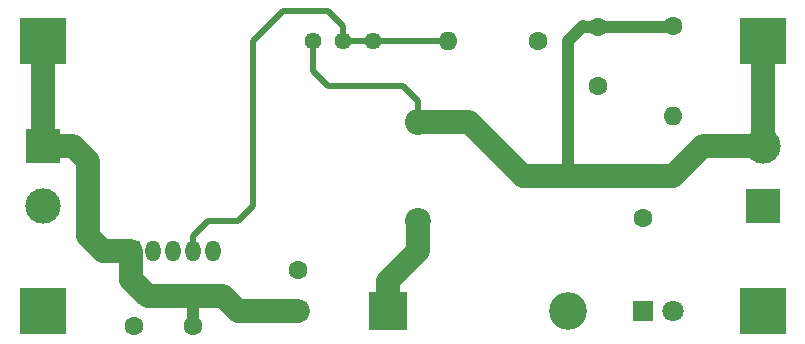
<source format=gbr>
%TF.GenerationSoftware,KiCad,Pcbnew,(5.1.10)-1*%
%TF.CreationDate,2021-09-01T14:56:24+02:00*%
%TF.ProjectId,Souvenir tesi,536f7576-656e-4697-9220-746573692e6b,rev?*%
%TF.SameCoordinates,Original*%
%TF.FileFunction,Copper,L1,Top*%
%TF.FilePolarity,Positive*%
%FSLAX46Y46*%
G04 Gerber Fmt 4.6, Leading zero omitted, Abs format (unit mm)*
G04 Created by KiCad (PCBNEW (5.1.10)-1) date 2021-09-01 14:56:24*
%MOMM*%
%LPD*%
G01*
G04 APERTURE LIST*
%TA.AperFunction,ComponentPad*%
%ADD10C,1.600000*%
%TD*%
%TA.AperFunction,ComponentPad*%
%ADD11R,1.600000X1.600000*%
%TD*%
%TA.AperFunction,ComponentPad*%
%ADD12R,3.200000X3.200000*%
%TD*%
%TA.AperFunction,ComponentPad*%
%ADD13O,3.200000X3.200000*%
%TD*%
%TA.AperFunction,ComponentPad*%
%ADD14R,1.800000X1.800000*%
%TD*%
%TA.AperFunction,ComponentPad*%
%ADD15C,1.800000*%
%TD*%
%TA.AperFunction,ComponentPad*%
%ADD16C,2.200000*%
%TD*%
%TA.AperFunction,ComponentPad*%
%ADD17O,1.600000X1.600000*%
%TD*%
%TA.AperFunction,ComponentPad*%
%ADD18C,1.440000*%
%TD*%
%TA.AperFunction,ComponentPad*%
%ADD19R,1.275000X1.800000*%
%TD*%
%TA.AperFunction,ComponentPad*%
%ADD20O,1.275000X1.800000*%
%TD*%
%TA.AperFunction,ComponentPad*%
%ADD21R,3.000000X3.000000*%
%TD*%
%TA.AperFunction,ComponentPad*%
%ADD22C,3.000000*%
%TD*%
%TA.AperFunction,ComponentPad*%
%ADD23R,4.000000X4.000000*%
%TD*%
%TA.AperFunction,Conductor*%
%ADD24C,2.000000*%
%TD*%
%TA.AperFunction,Conductor*%
%ADD25C,0.500000*%
%TD*%
%TA.AperFunction,Conductor*%
%ADD26C,1.000000*%
%TD*%
G04 APERTURE END LIST*
D10*
%TO.P,C4,2*%
%TO.N,GND*%
X151130000Y-105410000D03*
%TO.P,C4,1*%
%TO.N,OUT*%
X151130000Y-100410000D03*
%TD*%
D11*
%TO.P,C1,1*%
%TO.N,IN*%
X125730000Y-124460000D03*
D10*
%TO.P,C1,2*%
%TO.N,GND*%
X125730000Y-120960000D03*
%TD*%
%TO.P,C2,2*%
%TO.N,GND*%
X154940000Y-116530000D03*
D11*
%TO.P,C2,1*%
%TO.N,OUT*%
X154940000Y-113030000D03*
%TD*%
D10*
%TO.P,C3,1*%
%TO.N,IN*%
X116840000Y-125730000D03*
%TO.P,C3,2*%
%TO.N,GND*%
X111840000Y-125730000D03*
%TD*%
D12*
%TO.P,D1,1*%
%TO.N,Net-(D1-Pad1)*%
X133350000Y-124460000D03*
D13*
%TO.P,D1,2*%
%TO.N,GND*%
X148590000Y-124460000D03*
%TD*%
D14*
%TO.P,D2,1*%
%TO.N,GND*%
X154940000Y-124460000D03*
D15*
%TO.P,D2,2*%
%TO.N,Net-(D2-Pad2)*%
X157480000Y-124460000D03*
%TD*%
D16*
%TO.P,L1,1*%
%TO.N,Net-(D1-Pad1)*%
X135890000Y-116840000D03*
%TO.P,L1,2*%
%TO.N,OUT*%
X135890000Y-108440000D03*
%TD*%
D17*
%TO.P,R1,2*%
%TO.N,Net-(D2-Pad2)*%
X157480000Y-107950000D03*
D10*
%TO.P,R1,1*%
%TO.N,OUT*%
X157480000Y-100330000D03*
%TD*%
%TO.P,R2,1*%
%TO.N,GND*%
X146050000Y-101600000D03*
D17*
%TO.P,R2,2*%
%TO.N,Net-(R2-Pad2)*%
X138430000Y-101600000D03*
%TD*%
D18*
%TO.P,ADJ,1*%
%TO.N,Net-(R2-Pad2)*%
X132080000Y-101600000D03*
%TO.P,ADJ,2*%
X129540000Y-101600000D03*
%TO.P,ADJ,3*%
%TO.N,OUT*%
X127000000Y-101600000D03*
%TD*%
D19*
%TO.P,U1,1*%
%TO.N,IN*%
X111760000Y-119380000D03*
D20*
%TO.P,U1,2*%
%TO.N,Net-(D1-Pad1)*%
X113460000Y-119380000D03*
%TO.P,U1,3*%
%TO.N,GND*%
X115160000Y-119380000D03*
%TO.P,U1,4*%
%TO.N,Net-(R2-Pad2)*%
X116860000Y-119380000D03*
%TO.P,U1,5*%
%TO.N,GND*%
X118560000Y-119380000D03*
%TD*%
D21*
%TO.P,J1,1*%
%TO.N,IN*%
X104140000Y-110490000D03*
D22*
%TO.P,J1,2*%
%TO.N,GND*%
X104140000Y-115570000D03*
%TD*%
%TO.P,J2,2*%
%TO.N,OUT*%
X165100000Y-110490000D03*
D21*
%TO.P,J2,1*%
%TO.N,GND*%
X165100000Y-115570000D03*
%TD*%
D23*
%TO.P,IN+,1*%
%TO.N,IN*%
X104140000Y-101600000D03*
%TD*%
%TO.P,OUT+,1*%
%TO.N,OUT*%
X165100000Y-101600000D03*
%TD*%
%TO.P,IN-,1*%
%TO.N,GND*%
X104140000Y-124460000D03*
%TD*%
%TO.P,OUT-,1*%
%TO.N,GND*%
X165100000Y-124460000D03*
%TD*%
D24*
%TO.N,Net-(D1-Pad1)*%
X133350000Y-124460000D02*
X133350000Y-121920000D01*
X135890000Y-119380000D02*
X135890000Y-116840000D01*
X133350000Y-121920000D02*
X135890000Y-119380000D01*
D25*
%TO.N,Net-(R2-Pad2)*%
X129540000Y-101600000D02*
X132080000Y-101600000D01*
X132080000Y-101600000D02*
X138430000Y-101600000D01*
X129540000Y-101600000D02*
X129540000Y-100330000D01*
X129540000Y-100330000D02*
X128270000Y-99060000D01*
X128270000Y-99060000D02*
X124460000Y-99060000D01*
X124460000Y-99060000D02*
X121920000Y-101600000D01*
X121920000Y-101600000D02*
X121920000Y-115570000D01*
X121920000Y-115570000D02*
X120650000Y-116840000D01*
X120650000Y-116840000D02*
X118110000Y-116840000D01*
X116860000Y-118090000D02*
X116860000Y-119380000D01*
X118110000Y-116840000D02*
X116860000Y-118090000D01*
D24*
%TO.N,IN*%
X104140000Y-101600000D02*
X104140000Y-110490000D01*
X104140000Y-110490000D02*
X106680000Y-110490000D01*
X106680000Y-110490000D02*
X107950000Y-111760000D01*
X107950000Y-111760000D02*
X107950000Y-118110000D01*
X109220000Y-119380000D02*
X111622490Y-119380000D01*
X107950000Y-118110000D02*
X109220000Y-119380000D01*
X114300000Y-123190000D02*
X113030000Y-123190000D01*
X111622490Y-121782490D02*
X113030000Y-123190000D01*
X111622490Y-121782490D02*
X111622490Y-119380000D01*
D26*
X116840000Y-125730000D02*
X116840000Y-123190000D01*
D24*
X116840000Y-123190000D02*
X114300000Y-123190000D01*
X119380000Y-123190000D02*
X116840000Y-123190000D01*
X119380000Y-123190000D02*
X120650000Y-124460000D01*
X120650000Y-124460000D02*
X125730000Y-124460000D01*
%TO.N,OUT*%
X135890000Y-108440000D02*
X140190000Y-108440000D01*
X140190000Y-108440000D02*
X144780000Y-113030000D01*
X154940000Y-113030000D02*
X157480000Y-113030000D01*
X160020000Y-110490000D02*
X165100000Y-110490000D01*
X157480000Y-113030000D02*
X160020000Y-110490000D01*
X165100000Y-110490000D02*
X165100000Y-101600000D01*
D25*
X127000000Y-101600000D02*
X127000000Y-104140000D01*
X127000000Y-104140000D02*
X128270000Y-105410000D01*
X128270000Y-105410000D02*
X134620000Y-105410000D01*
X135890000Y-106680000D02*
X135890000Y-108440000D01*
X134620000Y-105410000D02*
X135890000Y-106680000D01*
D26*
X148590000Y-113030000D02*
X148590000Y-101600000D01*
D24*
X144780000Y-113030000D02*
X148590000Y-113030000D01*
X148590000Y-113030000D02*
X154940000Y-113030000D01*
D26*
X148590000Y-101600000D02*
X149860000Y-100330000D01*
X149940000Y-100410000D02*
X151130000Y-100410000D01*
X149860000Y-100330000D02*
X149940000Y-100410000D01*
X157400000Y-100410000D02*
X157480000Y-100330000D01*
X151130000Y-100410000D02*
X157400000Y-100410000D01*
%TD*%
M02*

</source>
